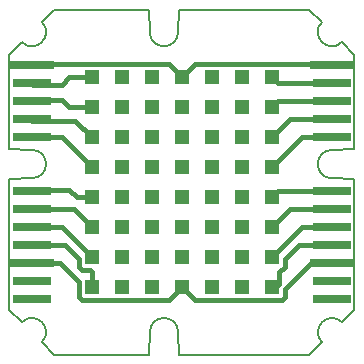
<source format=gtl>
%FSLAX25Y25*%
%MOIN*%
G70*
G01*
G75*
G04 Layer_Physical_Order=1*
G04 Layer_Color=255*
%ADD10C,0.01500*%
%ADD11C,0.00500*%
%ADD12R,0.15000X0.02500*%
%ADD13R,0.12500X0.02500*%
%ADD14R,0.05000X0.05000*%
D10*
X100000Y189250D02*
X145750D01*
X154250D02*
X200000D01*
X145750D02*
X150000Y185000D01*
X100000Y189000D02*
Y189250D01*
X116775Y110750D02*
X145750D01*
X115750Y111775D02*
X116775Y110750D01*
X115750Y111775D02*
Y116750D01*
X109500Y123000D02*
X115750Y116750D01*
X100000Y123000D02*
X109500D01*
X119250Y120750D02*
X120000Y120000D01*
X116775Y120750D02*
X119250D01*
X115750Y121775D02*
X116775Y120750D01*
X115750Y121775D02*
Y124250D01*
X111000Y129000D02*
X115750Y124250D01*
X120000Y115000D02*
Y120000D01*
X100000Y129000D02*
X111000D01*
X184250Y114250D02*
X193000Y123000D01*
X184250Y111775D02*
Y114250D01*
X183225Y110750D02*
X184250Y111775D01*
X154250Y110750D02*
X183225D01*
X182500Y116035D02*
Y120025D01*
X181465Y115000D02*
X182500Y116035D01*
X180000Y115000D02*
X181465D01*
X182500Y120025D02*
X184250Y121775D01*
Y124250D02*
X189000Y129000D01*
X184250Y121775D02*
Y124250D01*
X189000Y129000D02*
X200000D01*
X150000Y115000D02*
X154250Y110750D01*
X193000Y123000D02*
X200000D01*
X145750Y110750D02*
X150000Y115000D01*
Y185000D02*
X154250Y189250D01*
X200000Y189000D02*
Y189250D01*
X180000Y185000D02*
X182000Y183000D01*
X200000D01*
X180000Y175000D02*
X182000Y177000D01*
X200000D01*
X180000Y165000D02*
X186000Y171000D01*
X200000D01*
X180000Y155000D02*
X190000Y165000D01*
X200000D01*
X180000Y145000D02*
X182000Y147000D01*
X200000D01*
X180000Y135000D02*
X186000Y141000D01*
X200000D01*
X180000Y125000D02*
X190000Y135000D01*
X200000D01*
X100000Y183000D02*
X100500Y182500D01*
X110000D01*
X112500Y185000D01*
X120000D01*
X100000Y177000D02*
X100500Y177500D01*
X110000D01*
X112500Y175000D01*
X120000D01*
X100000Y170500D02*
X114500D01*
X100000D02*
Y171000D01*
X114500Y170500D02*
X120000Y165000D01*
X100000D02*
X110000D01*
X120000Y155000D01*
X100000Y147000D02*
X100500Y147500D01*
X112500D01*
X115000Y145000D01*
X120000D01*
X100000Y141000D02*
X114000D01*
X120000Y135000D01*
X100000D02*
X110000D01*
X120000Y125000D01*
D11*
X100000Y151300D02*
G03*
X100000Y160700I0J4700D01*
G01*
X200000D02*
G03*
X200000Y151300I0J-4700D01*
G01*
X203323Y103323D02*
G03*
X196677Y96676I-3323J-3323D01*
G01*
X148700Y100000D02*
G03*
X139300Y100000I-4700J0D01*
G01*
X196677Y203323D02*
G03*
X203323Y196677I3323J-3323D01*
G01*
X96676D02*
G03*
X103323Y203323I3323J3323D01*
G01*
Y96676D02*
G03*
X96676Y103323I-3323J3323D01*
G01*
X139300Y200000D02*
G03*
X148700Y200000I4700J0D01*
G01*
X92500Y107500D02*
Y151000D01*
Y161000D02*
Y192500D01*
Y151000D02*
X100068Y151303D01*
X92500Y161000D02*
X100000Y160700D01*
X207500Y107500D02*
Y151000D01*
Y161000D02*
Y192500D01*
X199932Y151303D02*
X207500Y151000D01*
X200000Y160700D02*
X207500Y161000D01*
X192500Y92500D02*
X196677Y96676D01*
X149000Y92500D02*
X192500D01*
X107500D02*
X139000D01*
X148697Y100068D02*
X149000Y92500D01*
X139000D02*
X139300Y100000D01*
X203323Y103323D02*
X207500Y107500D01*
X192500Y207500D02*
X196677Y203323D01*
X203323Y196677D02*
X207500Y192500D01*
X103323Y203323D02*
X107500Y207500D01*
X92500Y192500D02*
X96676Y196677D01*
X103323Y96676D02*
X107500Y92500D01*
X92500Y107500D02*
X96676Y103323D01*
X139000Y207500D02*
X139300Y200000D01*
X148697Y199932D02*
X149000Y207500D01*
X107500D02*
X139000D01*
X149000D02*
X192500D01*
D12*
X200000Y189000D02*
D03*
Y123000D02*
D03*
X100000Y189000D02*
D03*
Y123000D02*
D03*
D13*
X200000Y141000D02*
D03*
Y111000D02*
D03*
Y117000D02*
D03*
Y129000D02*
D03*
Y135000D02*
D03*
Y165000D02*
D03*
Y171000D02*
D03*
Y177000D02*
D03*
Y183000D02*
D03*
Y147000D02*
D03*
X100000Y141000D02*
D03*
Y111000D02*
D03*
Y117000D02*
D03*
Y129000D02*
D03*
Y135000D02*
D03*
Y165000D02*
D03*
Y171000D02*
D03*
Y177000D02*
D03*
Y183000D02*
D03*
Y147000D02*
D03*
D14*
X140000Y185000D02*
D03*
Y175000D02*
D03*
Y165000D02*
D03*
Y155000D02*
D03*
Y145000D02*
D03*
Y135000D02*
D03*
Y125000D02*
D03*
Y115000D02*
D03*
X130000Y185000D02*
D03*
Y175000D02*
D03*
Y165000D02*
D03*
Y155000D02*
D03*
Y145000D02*
D03*
Y135000D02*
D03*
Y125000D02*
D03*
Y115000D02*
D03*
X180000D02*
D03*
Y125000D02*
D03*
Y135000D02*
D03*
Y145000D02*
D03*
Y155000D02*
D03*
Y165000D02*
D03*
Y175000D02*
D03*
Y185000D02*
D03*
X120000Y115000D02*
D03*
Y125000D02*
D03*
Y135000D02*
D03*
Y145000D02*
D03*
Y155000D02*
D03*
Y165000D02*
D03*
Y175000D02*
D03*
Y185000D02*
D03*
X170000D02*
D03*
Y175000D02*
D03*
Y165000D02*
D03*
Y155000D02*
D03*
Y145000D02*
D03*
Y135000D02*
D03*
Y125000D02*
D03*
Y115000D02*
D03*
X160000Y185000D02*
D03*
Y175000D02*
D03*
Y165000D02*
D03*
Y155000D02*
D03*
Y145000D02*
D03*
Y135000D02*
D03*
Y125000D02*
D03*
Y115000D02*
D03*
X150000D02*
D03*
Y125000D02*
D03*
Y135000D02*
D03*
Y145000D02*
D03*
Y155000D02*
D03*
Y165000D02*
D03*
Y175000D02*
D03*
Y185000D02*
D03*
M02*

</source>
